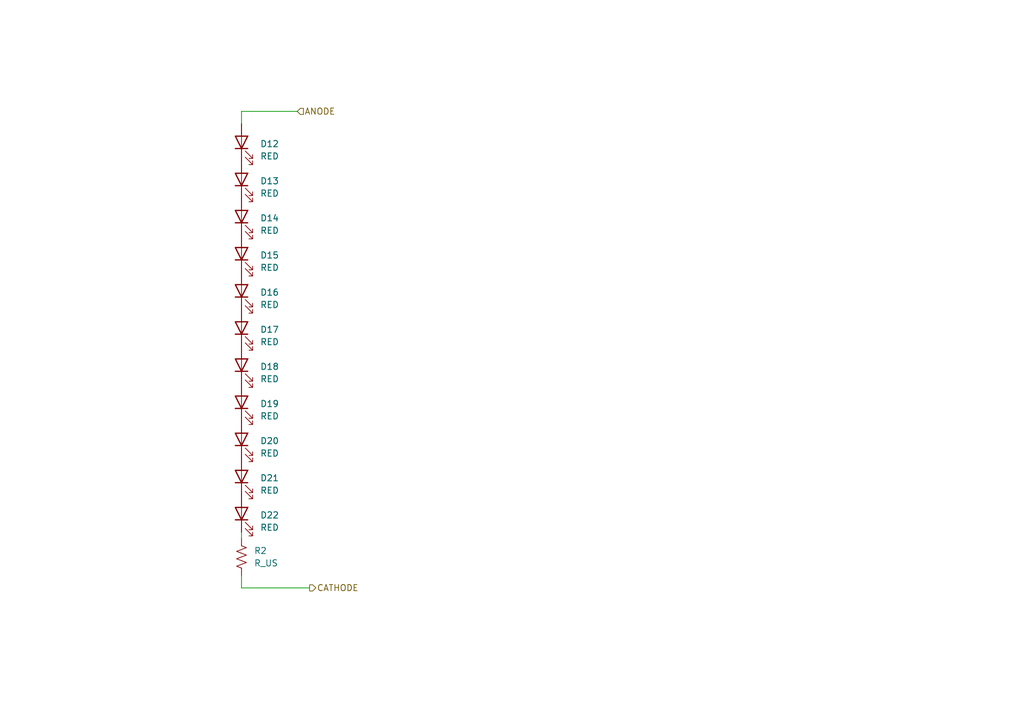
<source format=kicad_sch>
(kicad_sch (version 20211123) (generator eeschema)
  (paper "A5")
  (lib_symbols
    (symbol "Device:LED" (pin_numbers hide) (pin_names (offset 1.016) hide)
      (property "Reference" "D" (at 0 2.54 0))
      (property "Value" "LED" (at 0 -2.54 0))
      (symbol "LED_0_1"
        (polyline (pts (xy -1.27 -1.27) (xy -1.27 1.27)) (stroke (width 0.254)))
        (polyline (pts (xy -1.27 0) (xy 1.27 0)))
        (polyline (pts (xy 1.27 -1.27) (xy 1.27 1.27) (xy -1.27 0) (xy 1.27 -1.27)) (stroke (width 0.254)))
        (polyline (pts (xy -3.048 -0.762) (xy -4.572 -2.286) (xy -3.81 -2.286) (xy -4.572 -2.286) (xy -4.572 -1.524)))
        (polyline (pts (xy -1.778 -0.762) (xy -3.302 -2.286) (xy -2.54 -2.286) (xy -3.302 -2.286) (xy -3.302 -1.524)))
      )
      (symbol "LED_1_1"
        (pin passive line (at -3.81 0 0) (length 2.54) (name "K") (number "1"))
        (pin passive line (at 3.81 0 180) (length 2.54) (name "A") (number "2"))
      )
    )
    (symbol "Device:R_US" (pin_numbers hide) (pin_names (offset 0))
      (property "Reference" "R" (at 2.54 0 90))
      (property "Value" "R_US" (at -2.54 0 90))
      (symbol "R_US_0_1"
        (polyline (pts (xy 0 -2.286) (xy 0 -2.54)))
        (polyline (pts (xy 0 2.286) (xy 0 2.54)))
        (polyline (pts (xy 0 -0.762) (xy 1.016 -1.143) (xy 0 -1.524) (xy -1.016 -1.905) (xy 0 -2.286)))
        (polyline (pts (xy 0 0.762) (xy 1.016 0.381) (xy 0 0) (xy -1.016 -0.381) (xy 0 -0.762)))
        (polyline (pts (xy 0 2.286) (xy 1.016 1.905) (xy 0 1.524) (xy -1.016 1.143) (xy 0 0.762)))
      )
      (symbol "R_US_1_1"
        (pin passive line (at 0 3.81 270) (length 1.27) (name "~") (number "1"))
        (pin passive line (at 0 -3.81 90) (length 1.27) (name "~") (number "2"))
      )
    )
  )
  (wire (pts (xy 49.53 109.22) (xy 49.53 110.49)))
  (wire (pts (xy 49.53 22.86) (xy 49.53 25.4)))
  (wire (pts (xy 63.5 120.65) (xy 49.53 120.65)))
  (wire (pts (xy 60.96 22.86) (xy 49.53 22.86)))
  (wire (pts (xy 49.53 120.65) (xy 49.53 118.11)))
  (hierarchical_label "ANODE" (shape input) (at 60.96 22.86 0))
  (hierarchical_label "CATHODE" (shape output) (at 63.5 120.65 0))
  (symbol (lib_id "Device:LED") (at 49.53 44.45 90) (unit 1)
    (property "Reference" "D14" (at 53.34 44.7674 90) (effects (justify right)))
    (property "Value" "RED" (at 53.34 47.3074 90) (effects (justify right)))
    (property "Footprint" "LED_SMD:LED_PLCC_2835" (effects hide))
  )
  (symbol (lib_id "Device:LED") (at 49.53 105.41 90) (unit 1)
    (property "Reference" "D22" (at 53.34 105.7274 90) (effects (justify right)))
    (property "Value" "RED" (at 53.34 108.2674 90) (effects (justify right)))
    (property "Footprint" "LED_SMD:LED_PLCC_2835" (effects hide))
  )
  (symbol (lib_id "Device:R_US") (at 49.53 114.3 0) (unit 1)
    (property "Reference" "R2" (at 52.07 113.0299 0) (effects (justify left)))
    (property "Value" "R_US" (at 52.07 115.5699 0) (effects (justify left)))
    (property "Footprint" "Resistor_SMD:R_1206_3216Metric" (effects hide))
  )
  (symbol (lib_id "Device:LED") (at 49.53 59.69 90) (unit 1)
    (property "Reference" "D16" (at 53.34 60.0074 90) (effects (justify right)))
    (property "Value" "RED" (at 53.34 62.5474 90) (effects (justify right)))
    (property "Footprint" "LED_SMD:LED_PLCC_2835" (effects hide))
  )
  (symbol (lib_id "Device:LED") (at 49.53 97.79 90) (unit 1)
    (property "Reference" "D21" (at 53.34 98.1074 90) (effects (justify right)))
    (property "Value" "RED" (at 53.34 100.6474 90) (effects (justify right)))
    (property "Footprint" "LED_SMD:LED_PLCC_2835" (effects hide))
  )
  (symbol (lib_id "Device:LED") (at 49.53 74.93 90) (unit 1)
    (property "Reference" "D18" (at 53.34 75.2474 90) (effects (justify right)))
    (property "Value" "RED" (at 53.34 77.7874 90) (effects (justify right)))
    (property "Footprint" "LED_SMD:LED_PLCC_2835" (effects hide))
  )
  (symbol (lib_id "Device:LED") (at 49.53 29.21 90) (unit 1)
    (property "Reference" "D12" (at 53.34 29.5274 90) (effects (justify right)))
    (property "Value" "RED" (at 53.34 32.0674 90) (effects (justify right)))
    (property "Footprint" "LED_SMD:LED_PLCC_2835" (effects hide))
  )
  (symbol (lib_id "Device:LED") (at 49.53 82.55 90) (unit 1)
    (property "Reference" "D19" (at 53.34 82.8674 90) (effects (justify right)))
    (property "Value" "RED" (at 53.34 85.4074 90) (effects (justify right)))
    (property "Footprint" "LED_SMD:LED_PLCC_2835" (effects hide))
  )
  (symbol (lib_id "Device:LED") (at 49.53 52.07 90) (unit 1)
    (property "Reference" "D15" (at 53.34 52.3874 90) (effects (justify right)))
    (property "Value" "RED" (at 53.34 54.9274 90) (effects (justify right)))
    (property "Footprint" "LED_SMD:LED_PLCC_2835" (effects hide))
  )
  (symbol (lib_id "Device:LED") (at 49.53 90.17 90) (unit 1)
    (property "Reference" "D20" (at 53.34 90.4874 90) (effects (justify right)))
    (property "Value" "RED" (at 53.34 93.0274 90) (effects (justify right)))
    (property "Footprint" "LED_SMD:LED_PLCC_2835" (effects hide))
  )
  (symbol (lib_id "Device:LED") (at 49.53 36.83 90) (unit 1)
    (property "Reference" "D13" (at 53.34 37.1474 90) (effects (justify right)))
    (property "Value" "RED" (at 53.34 39.6874 90) (effects (justify right)))
    (property "Footprint" "LED_SMD:LED_PLCC_2835" (effects hide))
  )
  (symbol (lib_id "Device:LED") (at 49.53 67.31 90) (unit 1)
    (property "Reference" "D17" (at 53.34 67.6274 90) (effects (justify right)))
    (property "Value" "RED" (at 53.34 70.1674 90) (effects (justify right)))
    (property "Footprint" "LED_SMD:LED_PLCC_2835" (effects hide))
  )
)
</source>
